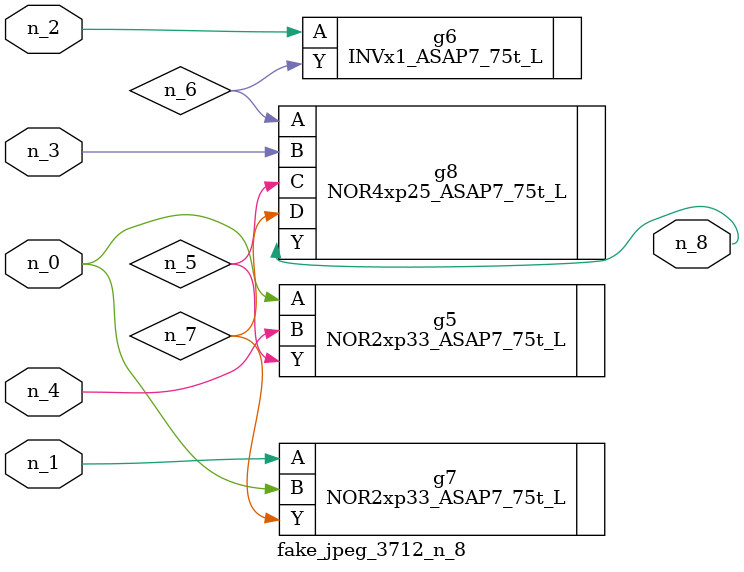
<source format=v>
module fake_jpeg_3712_n_8 (n_3, n_2, n_1, n_0, n_4, n_8);

input n_3;
input n_2;
input n_1;
input n_0;
input n_4;

output n_8;

wire n_6;
wire n_5;
wire n_7;

NOR2xp33_ASAP7_75t_L g5 ( 
.A(n_0),
.B(n_4),
.Y(n_5)
);

INVx1_ASAP7_75t_L g6 ( 
.A(n_2),
.Y(n_6)
);

NOR2xp33_ASAP7_75t_L g7 ( 
.A(n_1),
.B(n_0),
.Y(n_7)
);

NOR4xp25_ASAP7_75t_L g8 ( 
.A(n_6),
.B(n_3),
.C(n_5),
.D(n_7),
.Y(n_8)
);


endmodule
</source>
